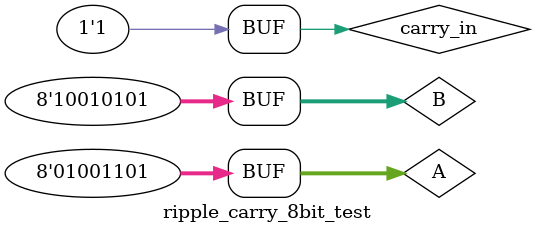
<source format=v>
`timescale 1ns / 1ps


module ripple_carry_8bit_test;

	// Inputs
	reg [7:0] A;
	reg [7:0] B;
	reg carry_in;

	// Outputs
	wire carry_out;
	wire [7:0] sum;

	// Instantiate the Unit Under Test (UUT)
	ripple_carry_8bit uut (
		.carry_out(carry_out), 
		.sum(sum), 
		.A(A), 
		.B(B), 
		.carry_in(carry_in)
	);

	initial begin
		// Initialize Inputs
		A = 0;
		B = 0;
		carry_in = 0;

		// Wait 100 ns for global reset to finish
		#100;
        
		// TODO 2: Adaugati cazuri relevante pentru testare.
		#100
		A = 8'b01001101;
		#100
		B = 8'b10010101;
		#100
		carry_in = 1;
	end
      
endmodule


</source>
